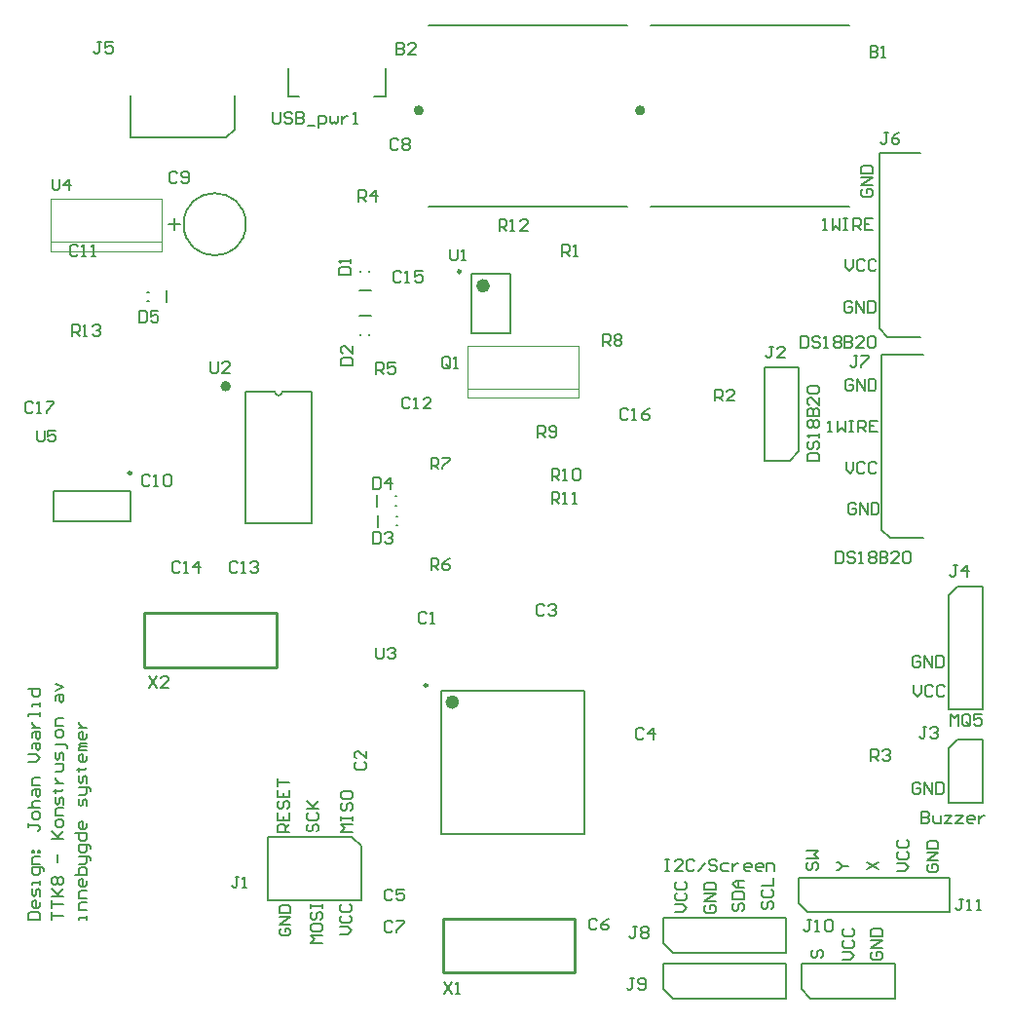
<source format=gto>
G04 Layer_Color=65535*
%FSLAX25Y25*%
%MOIN*%
G70*
G01*
G75*
%ADD20C,0.01000*%
%ADD21C,0.01968*%
%ADD42C,0.00984*%
%ADD43C,0.02362*%
%ADD44C,0.00787*%
%ADD45C,0.00394*%
D20*
X145732Y11854D02*
X191008D01*
X145732D02*
Y30358D01*
X191008D01*
Y11854D02*
Y30358D01*
X43701Y116339D02*
X88976D01*
X43701D02*
Y134843D01*
X88976D01*
Y116339D02*
Y134843D01*
D21*
X72244Y212402D02*
G03*
X72244Y212402I-787J0D01*
G01*
X214035Y306744D02*
G03*
X214035Y306744I-728J0D01*
G01*
X138248D02*
G03*
X138248Y306744I-728J0D01*
G01*
D42*
X39173Y182677D02*
G03*
X39173Y182677I-492J0D01*
G01*
X140453Y110079D02*
G03*
X140453Y110079I-492J0D01*
G01*
X151870Y251634D02*
G03*
X151870Y251634I-492J0D01*
G01*
D43*
X150197Y104370D02*
G03*
X150197Y104370I-1181J0D01*
G01*
X160728Y246791D02*
G03*
X160728Y246791I-1181J0D01*
G01*
D44*
X78347Y267815D02*
G03*
X78347Y267815I-10630J0D01*
G01*
X88317Y210492D02*
G03*
X90817Y210492I1250J0D01*
G01*
X12402Y176378D02*
X38780D01*
X12402Y166142D02*
X38780D01*
Y176378D01*
X12402Y166142D02*
Y176378D01*
X44685Y241535D02*
X45079D01*
X44685Y244685D02*
X45079D01*
X51382Y241110D02*
Y245110D01*
X267402Y44291D02*
X319173D01*
X267402Y35630D02*
Y44291D01*
Y35630D02*
X270551Y32480D01*
X319173D01*
Y44291D01*
X263347Y2953D02*
Y14764D01*
X224449Y2953D02*
X263347D01*
X221299Y6102D02*
X224449Y2953D01*
X221299Y6102D02*
Y14764D01*
X263347D01*
Y18701D02*
Y30512D01*
X224449Y18701D02*
X263347D01*
X221299Y21850D02*
X224449Y18701D01*
X221299Y21850D02*
Y30512D01*
X263347D01*
X255906Y218937D02*
X267717D01*
Y190157D02*
Y218937D01*
X264567Y187008D02*
X267717Y190157D01*
X255906Y187008D02*
X264567D01*
X255906D02*
Y218937D01*
X117095Y236618D02*
X121095D01*
X117520Y229921D02*
Y230315D01*
X120669Y229921D02*
Y230315D01*
X117095Y245272D02*
X121095D01*
X120669Y251575D02*
Y251969D01*
X117520Y251575D02*
Y251969D01*
X123618Y164339D02*
Y168339D01*
X129921Y164764D02*
X130315D01*
X129921Y167913D02*
X130315D01*
X123224Y171228D02*
Y175228D01*
X129528Y171653D02*
X129921D01*
X129528Y174803D02*
X129921D01*
X85945Y36535D02*
Y58346D01*
X114724D01*
X117874Y55197D01*
Y36535D02*
Y55197D01*
X85945Y36535D02*
X117874D01*
X145079Y59095D02*
Y108307D01*
X194291Y59095D02*
Y108307D01*
X145079D02*
X194291D01*
X145079Y59095D02*
X194291D01*
X51780Y267815D02*
X55779D01*
X53780Y265815D02*
Y269815D01*
X155610Y230650D02*
X168996D01*
X155610Y250728D02*
X168996D01*
Y230650D02*
Y250728D01*
X155610Y230650D02*
Y250728D01*
X78287Y165492D02*
Y210492D01*
Y165492D02*
X100847D01*
Y210492D01*
X90817D02*
X100847D01*
X78287D02*
X88317D01*
X126211Y311516D02*
Y321063D01*
X122176Y311516D02*
X126211D01*
X92747D02*
X96585D01*
X92747D02*
Y321063D01*
X295079Y292126D02*
X309252D01*
X295079Y232087D02*
Y292126D01*
Y232087D02*
X297835Y229331D01*
X309252D01*
X216752Y336024D02*
X284744D01*
X216752Y274016D02*
X284744D01*
X140965D02*
X208957D01*
X140965Y336024D02*
X208957D01*
X318898Y69882D02*
X330709D01*
X318898D02*
Y88543D01*
X322047Y91693D01*
X330709D01*
Y69882D02*
Y91693D01*
X318898Y101969D02*
X330709D01*
X318898D02*
Y140866D01*
X322047Y144016D01*
X330709D01*
Y101969D02*
Y144016D01*
X74475Y300313D02*
Y311731D01*
X71719Y297557D02*
X74475Y300313D01*
X39042Y297557D02*
X71719D01*
X39042D02*
Y311731D01*
X296063Y223228D02*
X310236D01*
X296063Y163189D02*
Y223228D01*
Y163189D02*
X298819Y160433D01*
X310236D01*
X268543Y14764D02*
X300472D01*
X268543Y6102D02*
Y14764D01*
Y6102D02*
X271693Y2953D01*
X300472D01*
Y14764D01*
X4002Y30020D02*
X7937D01*
Y31988D01*
X7281Y32643D01*
X4658D01*
X4002Y31988D01*
Y30020D01*
X7937Y35923D02*
Y34611D01*
X7281Y33955D01*
X5970D01*
X5314Y34611D01*
Y35923D01*
X5970Y36579D01*
X6626D01*
Y33955D01*
X7937Y37891D02*
Y39859D01*
X7281Y40515D01*
X6626Y39859D01*
Y38547D01*
X5970Y37891D01*
X5314Y38547D01*
Y40515D01*
X7937Y41827D02*
Y43139D01*
Y42483D01*
X5314D01*
Y41827D01*
X9249Y46419D02*
Y47074D01*
X8593Y47730D01*
X5314D01*
Y45763D01*
X5970Y45107D01*
X7281D01*
X7937Y45763D01*
Y47730D01*
Y49042D02*
X5314D01*
Y51010D01*
X5970Y51666D01*
X7937D01*
X5314Y52978D02*
Y53634D01*
X5970D01*
Y52978D01*
X5314D01*
X7281D02*
Y53634D01*
X7937D01*
Y52978D01*
X7281D01*
X4002Y62818D02*
Y61506D01*
Y62161D01*
X7281D01*
X7937Y61506D01*
Y60850D01*
X7281Y60194D01*
X7937Y64785D02*
Y66097D01*
X7281Y66753D01*
X5970D01*
X5314Y66097D01*
Y64785D01*
X5970Y64129D01*
X7281D01*
X7937Y64785D01*
X4002Y68065D02*
X7937D01*
X5970D01*
X5314Y68721D01*
Y70033D01*
X5970Y70689D01*
X7937D01*
X5314Y72657D02*
Y73969D01*
X5970Y74625D01*
X7937D01*
Y72657D01*
X7281Y72001D01*
X6626Y72657D01*
Y74625D01*
X7937Y75937D02*
X5314D01*
Y77904D01*
X5970Y78561D01*
X7937D01*
X4002Y83808D02*
X6626D01*
X7937Y85120D01*
X6626Y86432D01*
X4002D01*
X5314Y88400D02*
Y89712D01*
X5970Y90368D01*
X7937D01*
Y88400D01*
X7281Y87744D01*
X6626Y88400D01*
Y90368D01*
X5314Y92336D02*
Y93647D01*
X5970Y94303D01*
X7937D01*
Y92336D01*
X7281Y91680D01*
X6626Y92336D01*
Y94303D01*
X5314Y95615D02*
X7937D01*
X6626D01*
X5970Y96271D01*
X5314Y96927D01*
Y97583D01*
X7937Y99551D02*
Y100863D01*
Y100207D01*
X4002D01*
Y99551D01*
X7937Y102831D02*
Y104143D01*
Y103487D01*
X5314D01*
Y102831D01*
X4002Y108735D02*
X7937D01*
Y106767D01*
X7281Y106111D01*
X5970D01*
X5314Y106767D01*
Y108735D01*
X11926Y30020D02*
Y32643D01*
Y31332D01*
X15862D01*
X11926Y33955D02*
Y36579D01*
Y35267D01*
X15862D01*
X11926Y37891D02*
X15862D01*
X14550D01*
X11926Y40515D01*
X13894Y38547D01*
X15862Y40515D01*
X12582Y41827D02*
X11926Y42483D01*
Y43795D01*
X12582Y44451D01*
X13238D01*
X13894Y43795D01*
X14550Y44451D01*
X15206D01*
X15862Y43795D01*
Y42483D01*
X15206Y41827D01*
X14550D01*
X13894Y42483D01*
X13238Y41827D01*
X12582D01*
X13894Y42483D02*
Y43795D01*
Y49698D02*
Y52322D01*
X11926Y57570D02*
X15862D01*
X14550D01*
X11926Y60194D01*
X13894Y58226D01*
X15862Y60194D01*
Y62162D02*
Y63473D01*
X15206Y64129D01*
X13894D01*
X13238Y63473D01*
Y62162D01*
X13894Y61506D01*
X15206D01*
X15862Y62162D01*
Y65441D02*
X13238D01*
Y67409D01*
X13894Y68065D01*
X15862D01*
Y69377D02*
Y71345D01*
X15206Y72001D01*
X14550Y71345D01*
Y70033D01*
X13894Y69377D01*
X13238Y70033D01*
Y72001D01*
X12582Y73969D02*
X13238D01*
Y73313D01*
Y74625D01*
Y73969D01*
X15206D01*
X15862Y74625D01*
X13238Y76593D02*
X15862D01*
X14550D01*
X13894Y77249D01*
X13238Y77904D01*
Y78561D01*
Y80528D02*
X15206D01*
X15862Y81184D01*
Y83152D01*
X13238D01*
X15862Y84464D02*
Y86432D01*
X15206Y87088D01*
X14550Y86432D01*
Y85120D01*
X13894Y84464D01*
X13238Y85120D01*
Y87088D01*
X17174Y88400D02*
Y89056D01*
X16518Y89712D01*
X13238D01*
X15862Y92992D02*
Y94303D01*
X15206Y94959D01*
X13894D01*
X13238Y94303D01*
Y92992D01*
X13894Y92336D01*
X15206D01*
X15862Y92992D01*
Y96271D02*
X13238D01*
Y98239D01*
X13894Y98895D01*
X15862D01*
X13238Y104799D02*
Y106111D01*
X13894Y106767D01*
X15862D01*
Y104799D01*
X15206Y104143D01*
X14550Y104799D01*
Y106767D01*
X13238Y108079D02*
X15862Y109390D01*
X13238Y110702D01*
X23787Y30020D02*
Y31332D01*
Y30676D01*
X21163D01*
Y30020D01*
X23787Y33299D02*
X21163D01*
Y35267D01*
X21819Y35923D01*
X23787D01*
Y37235D02*
X21163D01*
Y39203D01*
X21819Y39859D01*
X23787D01*
Y43139D02*
Y41827D01*
X23131Y41171D01*
X21819D01*
X21163Y41827D01*
Y43139D01*
X21819Y43795D01*
X22475D01*
Y41171D01*
X19851Y45107D02*
X23787D01*
Y47074D01*
X23131Y47730D01*
X22475D01*
X21819D01*
X21163Y47074D01*
Y45107D01*
Y49042D02*
X23131D01*
X23787Y49698D01*
Y51666D01*
X24442D01*
X25098Y51010D01*
Y50354D01*
X23787Y51666D02*
X21163D01*
X25098Y54290D02*
Y54946D01*
X24442Y55602D01*
X21163D01*
Y53634D01*
X21819Y52978D01*
X23131D01*
X23787Y53634D01*
Y55602D01*
X19851Y59538D02*
X23787D01*
Y57570D01*
X23131Y56914D01*
X21819D01*
X21163Y57570D01*
Y59538D01*
X23787Y62818D02*
Y61506D01*
X23131Y60850D01*
X21819D01*
X21163Y61506D01*
Y62818D01*
X21819Y63473D01*
X22475D01*
Y60850D01*
X23787Y68721D02*
Y70689D01*
X23131Y71345D01*
X22475Y70689D01*
Y69377D01*
X21819Y68721D01*
X21163Y69377D01*
Y71345D01*
Y72657D02*
X23131D01*
X23787Y73313D01*
Y75281D01*
X24442D01*
X25098Y74625D01*
Y73969D01*
X23787Y75281D02*
X21163D01*
X23787Y76593D02*
Y78561D01*
X23131Y79216D01*
X22475Y78561D01*
Y77249D01*
X21819Y76593D01*
X21163Y77249D01*
Y79216D01*
X20507Y81184D02*
X21163D01*
Y80528D01*
Y81840D01*
Y81184D01*
X23131D01*
X23787Y81840D01*
Y85776D02*
Y84464D01*
X23131Y83808D01*
X21819D01*
X21163Y84464D01*
Y85776D01*
X21819Y86432D01*
X22475D01*
Y83808D01*
X23787Y87744D02*
X21163D01*
Y88400D01*
X21819Y89056D01*
X23787D01*
X21819D01*
X21163Y89712D01*
X21819Y90368D01*
X23787D01*
Y93647D02*
Y92336D01*
X23131Y91680D01*
X21819D01*
X21163Y92336D01*
Y93647D01*
X21819Y94303D01*
X22475D01*
Y91680D01*
X21163Y95615D02*
X23787D01*
X22475D01*
X21819Y96271D01*
X21163Y96927D01*
Y97583D01*
X5478Y206528D02*
X4822Y207184D01*
X3510D01*
X2854Y206528D01*
Y203904D01*
X3510Y203248D01*
X4822D01*
X5478Y203904D01*
X6790Y203248D02*
X8102D01*
X7446D01*
Y207184D01*
X6790Y206528D01*
X10070Y207184D02*
X12694D01*
Y206528D01*
X10070Y203904D01*
Y203248D01*
X6791Y197341D02*
Y194062D01*
X7447Y193405D01*
X8759D01*
X9415Y194062D01*
Y197341D01*
X13351D02*
X10727D01*
Y195373D01*
X12039Y196029D01*
X12695D01*
X13351Y195373D01*
Y194062D01*
X12695Y193405D01*
X11383D01*
X10727Y194062D01*
X18799Y229528D02*
Y233463D01*
X20767D01*
X21423Y232807D01*
Y231495D01*
X20767Y230839D01*
X18799D01*
X20111D02*
X21423Y229528D01*
X22735D02*
X24047D01*
X23391D01*
Y233463D01*
X22735Y232807D01*
X26015D02*
X26671Y233463D01*
X27983D01*
X28638Y232807D01*
Y232151D01*
X27983Y231495D01*
X27327D01*
X27983D01*
X28638Y230839D01*
Y230184D01*
X27983Y229528D01*
X26671D01*
X26015Y230184D01*
X41831Y238188D02*
Y234252D01*
X43799D01*
X44455Y234908D01*
Y237532D01*
X43799Y238188D01*
X41831D01*
X48390D02*
X45766D01*
Y236220D01*
X47078Y236876D01*
X47734D01*
X48390Y236220D01*
Y234908D01*
X47734Y234252D01*
X46422D01*
X45766Y234908D01*
X165076Y265689D02*
Y269625D01*
X167044D01*
X167700Y268969D01*
Y267657D01*
X167044Y267001D01*
X165076D01*
X166388D02*
X167700Y265689D01*
X169012D02*
X170324D01*
X169668D01*
Y269625D01*
X169012Y268969D01*
X174916Y265689D02*
X172292D01*
X174916Y268313D01*
Y268969D01*
X174260Y269625D01*
X172948D01*
X172292Y268969D01*
X323982Y37007D02*
X322670D01*
X323326D01*
Y33727D01*
X322670Y33071D01*
X322014D01*
X321358Y33727D01*
X325294Y33071D02*
X326606D01*
X325950D01*
Y37007D01*
X325294Y36351D01*
X328574Y33071D02*
X329886D01*
X329230D01*
Y37007D01*
X328574Y36351D01*
X272014Y29723D02*
X270702D01*
X271358D01*
Y26443D01*
X270702Y25787D01*
X270046D01*
X269390Y26443D01*
X273325Y25787D02*
X274637D01*
X273981D01*
Y29723D01*
X273325Y29067D01*
X276605D02*
X277261Y29723D01*
X278573D01*
X279229Y29067D01*
Y26443D01*
X278573Y25787D01*
X277261D01*
X276605Y26443D01*
Y29067D01*
X209317Y204067D02*
X208661Y204723D01*
X207349D01*
X206693Y204067D01*
Y201443D01*
X207349Y200787D01*
X208661D01*
X209317Y201443D01*
X210629Y200787D02*
X211941D01*
X211285D01*
Y204723D01*
X210629Y204067D01*
X216532Y204723D02*
X215220Y204067D01*
X213908Y202755D01*
Y201443D01*
X214564Y200787D01*
X215876D01*
X216532Y201443D01*
Y202099D01*
X215876Y202755D01*
X213908D01*
X148293Y219160D02*
Y221784D01*
X147637Y222440D01*
X146325D01*
X145669Y221784D01*
Y219160D01*
X146325Y218504D01*
X147637D01*
X146981Y219816D02*
X148293Y218504D01*
X147637D02*
X148293Y219160D01*
X149605Y218504D02*
X150917D01*
X150261D01*
Y222440D01*
X149605Y221784D01*
X200476Y226289D02*
Y230225D01*
X202444D01*
X203100Y229569D01*
Y228257D01*
X202444Y227601D01*
X200476D01*
X201788D02*
X203100Y226289D01*
X204412Y229569D02*
X205068Y230225D01*
X206380D01*
X207036Y229569D01*
Y228913D01*
X206380Y228257D01*
X207036Y227601D01*
Y226945D01*
X206380Y226289D01*
X205068D01*
X204412Y226945D01*
Y227601D01*
X205068Y228257D01*
X204412Y228913D01*
Y229569D01*
X205068Y228257D02*
X206380D01*
X178150Y194882D02*
Y198818D01*
X180117D01*
X180773Y198162D01*
Y196850D01*
X180117Y196194D01*
X178150D01*
X179462D02*
X180773Y194882D01*
X182085Y195538D02*
X182741Y194882D01*
X184053D01*
X184709Y195538D01*
Y198162D01*
X184053Y198818D01*
X182741D01*
X182085Y198162D01*
Y197506D01*
X182741Y196850D01*
X184709D01*
X183071Y180118D02*
Y184054D01*
X185039D01*
X185695Y183398D01*
Y182086D01*
X185039Y181430D01*
X183071D01*
X184383D02*
X185695Y180118D01*
X187007D02*
X188319D01*
X187663D01*
Y184054D01*
X187007Y183398D01*
X190286D02*
X190942Y184054D01*
X192254D01*
X192910Y183398D01*
Y180774D01*
X192254Y180118D01*
X190942D01*
X190286Y180774D01*
Y183398D01*
X183071Y172244D02*
Y176180D01*
X185039D01*
X185695Y175524D01*
Y174212D01*
X185039Y173556D01*
X183071D01*
X184383D02*
X185695Y172244D01*
X187007D02*
X188319D01*
X187663D01*
Y176180D01*
X187007Y175524D01*
X190286Y172244D02*
X191598D01*
X190942D01*
Y176180D01*
X190286Y175524D01*
X292087Y328857D02*
Y324921D01*
X294055D01*
X294710Y325577D01*
Y326233D01*
X294055Y326889D01*
X292087D01*
X294055D01*
X294710Y327545D01*
Y328201D01*
X294055Y328857D01*
X292087D01*
X296022Y324921D02*
X297334D01*
X296678D01*
Y328857D01*
X296022Y328201D01*
X131561Y251311D02*
X130905Y251967D01*
X129593D01*
X128937Y251311D01*
Y248688D01*
X129593Y248031D01*
X130905D01*
X131561Y248688D01*
X132873Y248031D02*
X134185D01*
X133529D01*
Y251967D01*
X132873Y251311D01*
X138776Y251967D02*
X136153D01*
Y249999D01*
X137464Y250655D01*
X138120D01*
X138776Y249999D01*
Y248688D01*
X138120Y248031D01*
X136809D01*
X136153Y248688D01*
X129921Y329723D02*
Y325787D01*
X131889D01*
X132545Y326443D01*
Y327099D01*
X131889Y327755D01*
X129921D01*
X131889D01*
X132545Y328411D01*
Y329067D01*
X131889Y329723D01*
X129921D01*
X136481Y325787D02*
X133857D01*
X136481Y328411D01*
Y329067D01*
X135825Y329723D01*
X134513D01*
X133857Y329067D01*
X123031Y123030D02*
Y119750D01*
X123688Y119095D01*
X124999D01*
X125655Y119750D01*
Y123030D01*
X126967Y122374D02*
X127623Y123030D01*
X128935D01*
X129591Y122374D01*
Y121718D01*
X128935Y121062D01*
X128279D01*
X128935D01*
X129591Y120406D01*
Y119750D01*
X128935Y119095D01*
X127623D01*
X126967Y119750D01*
X140300Y134469D02*
X139644Y135125D01*
X138332D01*
X137676Y134469D01*
Y131845D01*
X138332Y131189D01*
X139644D01*
X140300Y131845D01*
X141612Y131189D02*
X142924D01*
X142268D01*
Y135125D01*
X141612Y134469D01*
X116205Y83738D02*
X115549Y83082D01*
Y81770D01*
X116205Y81114D01*
X118828D01*
X119484Y81770D01*
Y83082D01*
X118828Y83738D01*
X119484Y87674D02*
Y85050D01*
X116860Y87674D01*
X116205D01*
X115549Y87018D01*
Y85706D01*
X116205Y85050D01*
X180500Y137069D02*
X179844Y137725D01*
X178532D01*
X177876Y137069D01*
Y134445D01*
X178532Y133789D01*
X179844D01*
X180500Y134445D01*
X181812Y137069D02*
X182468Y137725D01*
X183780D01*
X184436Y137069D01*
Y136413D01*
X183780Y135757D01*
X183124D01*
X183780D01*
X184436Y135101D01*
Y134445D01*
X183780Y133789D01*
X182468D01*
X181812Y134445D01*
X214500Y94969D02*
X213844Y95625D01*
X212532D01*
X211876Y94969D01*
Y92345D01*
X212532Y91689D01*
X213844D01*
X214500Y92345D01*
X217780Y91689D02*
Y95625D01*
X215812Y93657D01*
X218436D01*
X128608Y39697D02*
X127952Y40353D01*
X126640D01*
X125984Y39697D01*
Y37073D01*
X126640Y36417D01*
X127952D01*
X128608Y37073D01*
X132544Y40353D02*
X129920D01*
Y38385D01*
X131232Y39041D01*
X131888D01*
X132544Y38385D01*
Y37073D01*
X131888Y36417D01*
X130576D01*
X129920Y37073D01*
X198500Y29669D02*
X197844Y30325D01*
X196532D01*
X195876Y29669D01*
Y27045D01*
X196532Y26389D01*
X197844D01*
X198500Y27045D01*
X202436Y30325D02*
X201124Y29669D01*
X199812Y28357D01*
Y27045D01*
X200468Y26389D01*
X201780D01*
X202436Y27045D01*
Y27701D01*
X201780Y28357D01*
X199812D01*
X128608Y28870D02*
X127952Y29526D01*
X126640D01*
X125984Y28870D01*
Y26247D01*
X126640Y25591D01*
X127952D01*
X128608Y26247D01*
X129920Y29526D02*
X132544D01*
Y28870D01*
X129920Y26247D01*
Y25591D01*
X130577Y296587D02*
X129921Y297243D01*
X128609D01*
X127953Y296587D01*
Y293963D01*
X128609Y293307D01*
X129921D01*
X130577Y293963D01*
X131888Y296587D02*
X132545Y297243D01*
X133856D01*
X134512Y296587D01*
Y295931D01*
X133856Y295275D01*
X134512Y294619D01*
Y293963D01*
X133856Y293307D01*
X132545D01*
X131888Y293963D01*
Y294619D01*
X132545Y295275D01*
X131888Y295931D01*
Y296587D01*
X132545Y295275D02*
X133856D01*
X54829Y285099D02*
X54173Y285755D01*
X52861D01*
X52205Y285099D01*
Y282475D01*
X52861Y281819D01*
X54173D01*
X54829Y282475D01*
X56141D02*
X56797Y281819D01*
X58109D01*
X58765Y282475D01*
Y285099D01*
X58109Y285755D01*
X56797D01*
X56141Y285099D01*
Y284443D01*
X56797Y283787D01*
X58765D01*
X45600Y181569D02*
X44944Y182225D01*
X43632D01*
X42976Y181569D01*
Y178945D01*
X43632Y178289D01*
X44944D01*
X45600Y178945D01*
X46912Y178289D02*
X48224D01*
X47568D01*
Y182225D01*
X46912Y181569D01*
X50192D02*
X50848Y182225D01*
X52160D01*
X52816Y181569D01*
Y178945D01*
X52160Y178289D01*
X50848D01*
X50192Y178945D01*
Y181569D01*
X20985Y260123D02*
X20328Y260779D01*
X19017D01*
X18361Y260123D01*
Y257499D01*
X19017Y256843D01*
X20328D01*
X20985Y257499D01*
X22296Y256843D02*
X23608D01*
X22952D01*
Y260779D01*
X22296Y260123D01*
X25576Y256843D02*
X26888D01*
X26232D01*
Y260779D01*
X25576Y260123D01*
X76049Y44684D02*
X74737D01*
X75393D01*
Y41404D01*
X74737Y40748D01*
X74081D01*
X73425Y41404D01*
X77361Y40748D02*
X78673D01*
X78017D01*
Y44684D01*
X77361Y44028D01*
X258900Y226025D02*
X257588D01*
X258244D01*
Y222745D01*
X257588Y222089D01*
X256932D01*
X256276Y222745D01*
X262836Y222089D02*
X260212D01*
X262836Y224713D01*
Y225369D01*
X262180Y226025D01*
X260868D01*
X260212Y225369D01*
X311384Y95766D02*
X310072D01*
X310728D01*
Y92487D01*
X310072Y91831D01*
X309416D01*
X308760Y92487D01*
X312696Y95110D02*
X313351Y95766D01*
X314664D01*
X315319Y95110D01*
Y94454D01*
X314664Y93799D01*
X314007D01*
X314664D01*
X315319Y93143D01*
Y92487D01*
X314664Y91831D01*
X313351D01*
X312696Y92487D01*
X321900Y151125D02*
X320588D01*
X321244D01*
Y147845D01*
X320588Y147189D01*
X319932D01*
X319276Y147845D01*
X325180Y147189D02*
Y151125D01*
X323212Y149157D01*
X325836D01*
X28870Y330233D02*
X27558D01*
X28214D01*
Y326954D01*
X27558Y326297D01*
X26902D01*
X26246Y326954D01*
X32806Y330233D02*
X30182D01*
Y328265D01*
X31494Y328921D01*
X32150D01*
X32806Y328265D01*
Y326954D01*
X32150Y326297D01*
X30838D01*
X30182Y326954D01*
X186676Y256789D02*
Y260725D01*
X188644D01*
X189300Y260069D01*
Y258757D01*
X188644Y258101D01*
X186676D01*
X187988D02*
X189300Y256789D01*
X190612D02*
X191924D01*
X191268D01*
Y260725D01*
X190612Y260069D01*
X238876Y207389D02*
Y211325D01*
X240844D01*
X241500Y210669D01*
Y209357D01*
X240844Y208701D01*
X238876D01*
X240188D02*
X241500Y207389D01*
X245436D02*
X242812D01*
X245436Y210013D01*
Y210669D01*
X244780Y211325D01*
X243468D01*
X242812Y210669D01*
X292323Y84252D02*
Y88188D01*
X294291D01*
X294947Y87532D01*
Y86220D01*
X294291Y85564D01*
X292323D01*
X293635D02*
X294947Y84252D01*
X296259Y87532D02*
X296915Y88188D01*
X298226D01*
X298882Y87532D01*
Y86876D01*
X298226Y86220D01*
X297570D01*
X298226D01*
X298882Y85564D01*
Y84908D01*
X298226Y84252D01*
X296915D01*
X296259Y84908D01*
X148376Y259325D02*
Y256045D01*
X149032Y255389D01*
X150344D01*
X151000Y256045D01*
Y259325D01*
X152312Y255389D02*
X153624D01*
X152968D01*
Y259325D01*
X152312Y258669D01*
X66376Y220925D02*
Y217645D01*
X67032Y216989D01*
X68344D01*
X69000Y217645D01*
Y220925D01*
X72936Y216989D02*
X70312D01*
X72936Y219613D01*
Y220269D01*
X72280Y220925D01*
X70968D01*
X70312Y220269D01*
X12076Y283325D02*
Y280045D01*
X12732Y279389D01*
X14044D01*
X14700Y280045D01*
Y283325D01*
X17980Y279389D02*
Y283325D01*
X16012Y281357D01*
X18636D01*
X87598Y306101D02*
Y302821D01*
X88254Y302165D01*
X89566D01*
X90222Y302821D01*
Y306101D01*
X94158Y305445D02*
X93502Y306101D01*
X92190D01*
X91534Y305445D01*
Y304789D01*
X92190Y304133D01*
X93502D01*
X94158Y303477D01*
Y302821D01*
X93502Y302165D01*
X92190D01*
X91534Y302821D01*
X95470Y306101D02*
Y302165D01*
X97438D01*
X98094Y302821D01*
Y303477D01*
X97438Y304133D01*
X95470D01*
X97438D01*
X98094Y304789D01*
Y305445D01*
X97438Y306101D01*
X95470D01*
X99406Y301509D02*
X102030D01*
X103341Y300853D02*
Y304789D01*
X105309D01*
X105965Y304133D01*
Y302821D01*
X105309Y302165D01*
X103341D01*
X107277Y304789D02*
Y302821D01*
X107933Y302165D01*
X108589Y302821D01*
X109245Y302165D01*
X109901Y302821D01*
Y304789D01*
X111213D02*
Y302165D01*
Y303477D01*
X111869Y304133D01*
X112525Y304789D01*
X113181D01*
X115149Y302165D02*
X116461D01*
X115805D01*
Y306101D01*
X115149Y305445D01*
X146260Y8562D02*
X148884Y4626D01*
Y8562D02*
X146260Y4626D01*
X150196D02*
X151507D01*
X150852D01*
Y8562D01*
X150196Y7906D01*
X75459Y151902D02*
X74803Y152558D01*
X73491D01*
X72835Y151902D01*
Y149278D01*
X73491Y148622D01*
X74803D01*
X75459Y149278D01*
X76770Y148622D02*
X78082D01*
X77426D01*
Y152558D01*
X76770Y151902D01*
X80050D02*
X80706Y152558D01*
X82018D01*
X82674Y151902D01*
Y151246D01*
X82018Y150590D01*
X81362D01*
X82018D01*
X82674Y149934D01*
Y149278D01*
X82018Y148622D01*
X80706D01*
X80050Y149278D01*
X55773Y151902D02*
X55117Y152558D01*
X53806D01*
X53150Y151902D01*
Y149278D01*
X53806Y148622D01*
X55117D01*
X55773Y149278D01*
X57085Y148622D02*
X58397D01*
X57741D01*
Y152558D01*
X57085Y151902D01*
X62333Y148622D02*
Y152558D01*
X60365Y150590D01*
X62989D01*
X134514Y208004D02*
X133858Y208660D01*
X132546D01*
X131890Y208004D01*
Y205380D01*
X132546Y204724D01*
X133858D01*
X134514Y205380D01*
X135826Y204724D02*
X137137D01*
X136481D01*
Y208660D01*
X135826Y208004D01*
X141729Y204724D02*
X139105D01*
X141729Y207348D01*
Y208004D01*
X141073Y208660D01*
X139761D01*
X139105Y208004D01*
X122047Y181101D02*
Y177165D01*
X124015D01*
X124671Y177821D01*
Y180445D01*
X124015Y181101D01*
X122047D01*
X127951Y177165D02*
Y181101D01*
X125983Y179133D01*
X128607D01*
X122047Y162400D02*
Y158465D01*
X124015D01*
X124671Y159121D01*
Y161744D01*
X124015Y162400D01*
X122047D01*
X125983Y161744D02*
X126639Y162400D01*
X127951D01*
X128607Y161744D01*
Y161088D01*
X127951Y160432D01*
X127295D01*
X127951D01*
X128607Y159776D01*
Y159121D01*
X127951Y158465D01*
X126639D01*
X125983Y159121D01*
X110139Y250492D02*
X114075D01*
Y252460D01*
X113419Y253116D01*
X110795D01*
X110139Y252460D01*
Y250492D01*
X114075Y254428D02*
Y255740D01*
Y255084D01*
X110139D01*
X110795Y254428D01*
X110828Y219685D02*
X114764D01*
Y221653D01*
X114108Y222309D01*
X111484D01*
X110828Y221653D01*
Y219685D01*
X114764Y226245D02*
Y223621D01*
X112140Y226245D01*
X111484D01*
X110828Y225589D01*
Y224277D01*
X111484Y223621D01*
X211364Y9841D02*
X210052D01*
X210708D01*
Y6561D01*
X210052Y5906D01*
X209396D01*
X208740Y6561D01*
X212676D02*
X213332Y5906D01*
X214644D01*
X215300Y6561D01*
Y9185D01*
X214644Y9841D01*
X213332D01*
X212676Y9185D01*
Y8529D01*
X213332Y7873D01*
X215300D01*
X287729Y222833D02*
X286417D01*
X287073D01*
Y219554D01*
X286417Y218898D01*
X285761D01*
X285105Y219554D01*
X289040Y222833D02*
X291664D01*
Y222177D01*
X289040Y219554D01*
Y218898D01*
X298100Y299225D02*
X296788D01*
X297444D01*
Y295945D01*
X296788Y295289D01*
X296132D01*
X295476Y295945D01*
X302036Y299225D02*
X300724Y298569D01*
X299412Y297257D01*
Y295945D01*
X300068Y295289D01*
X301380D01*
X302036Y295945D01*
Y296601D01*
X301380Y297257D01*
X299412D01*
X212348Y27558D02*
X211036D01*
X211692D01*
Y24278D01*
X211036Y23622D01*
X210380D01*
X209724Y24278D01*
X213660Y26902D02*
X214316Y27558D01*
X215628D01*
X216284Y26902D01*
Y26246D01*
X215628Y25590D01*
X216284Y24934D01*
Y24278D01*
X215628Y23622D01*
X214316D01*
X213660Y24278D01*
Y24934D01*
X214316Y25590D01*
X213660Y26246D01*
Y26902D01*
X214316Y25590D02*
X215628D01*
X116876Y275689D02*
Y279625D01*
X118844D01*
X119500Y278969D01*
Y277657D01*
X118844Y277001D01*
X116876D01*
X118188D02*
X119500Y275689D01*
X122780D02*
Y279625D01*
X120812Y277657D01*
X123436D01*
X123031Y216535D02*
Y220471D01*
X124999D01*
X125655Y219815D01*
Y218503D01*
X124999Y217847D01*
X123031D01*
X124343D02*
X125655Y216535D01*
X129591Y220471D02*
X126967D01*
Y218503D01*
X128279Y219159D01*
X128935D01*
X129591Y218503D01*
Y217191D01*
X128935Y216535D01*
X127623D01*
X126967Y217191D01*
X141732Y184055D02*
Y187991D01*
X143700D01*
X144356Y187335D01*
Y186023D01*
X143700Y185367D01*
X141732D01*
X143044D02*
X144356Y184055D01*
X145668Y187991D02*
X148292D01*
Y187335D01*
X145668Y184711D01*
Y184055D01*
X141732Y149606D02*
Y153542D01*
X143700D01*
X144356Y152886D01*
Y151574D01*
X143700Y150918D01*
X141732D01*
X143044D02*
X144356Y149606D01*
X148292Y153542D02*
X146980Y152886D01*
X145668Y151574D01*
Y150262D01*
X146324Y149606D01*
X147636D01*
X148292Y150262D01*
Y150918D01*
X147636Y151574D01*
X145668D01*
X45177Y113188D02*
X47801Y109252D01*
Y113188D02*
X45177Y109252D01*
X51737D02*
X49113D01*
X51737Y111876D01*
Y112532D01*
X51081Y113188D01*
X49769D01*
X49113Y112532D01*
X280315Y155904D02*
Y151969D01*
X282283D01*
X282939Y152624D01*
Y155248D01*
X282283Y155904D01*
X280315D01*
X286875Y155248D02*
X286219Y155904D01*
X284907D01*
X284251Y155248D01*
Y154592D01*
X284907Y153936D01*
X286219D01*
X286875Y153280D01*
Y152624D01*
X286219Y151969D01*
X284907D01*
X284251Y152624D01*
X288186Y151969D02*
X289498D01*
X288842D01*
Y155904D01*
X288186Y155248D01*
X291466D02*
X292122Y155904D01*
X293434D01*
X294090Y155248D01*
Y154592D01*
X293434Y153936D01*
X294090Y153280D01*
Y152624D01*
X293434Y151969D01*
X292122D01*
X291466Y152624D01*
Y153280D01*
X292122Y153936D01*
X291466Y154592D01*
Y155248D01*
X292122Y153936D02*
X293434D01*
X295402Y155904D02*
Y151969D01*
X297370D01*
X298026Y152624D01*
Y153280D01*
X297370Y153936D01*
X295402D01*
X297370D01*
X298026Y154592D01*
Y155248D01*
X297370Y155904D01*
X295402D01*
X301961Y151969D02*
X299338D01*
X301961Y154592D01*
Y155248D01*
X301306Y155904D01*
X299994D01*
X299338Y155248D01*
X303273D02*
X303929Y155904D01*
X305241D01*
X305897Y155248D01*
Y152624D01*
X305241Y151969D01*
X303929D01*
X303273Y152624D01*
Y155248D01*
X268307Y229625D02*
Y225689D01*
X270275D01*
X270931Y226345D01*
Y228969D01*
X270275Y229625D01*
X268307D01*
X274867Y228969D02*
X274211Y229625D01*
X272899D01*
X272243Y228969D01*
Y228313D01*
X272899Y227657D01*
X274211D01*
X274867Y227001D01*
Y226345D01*
X274211Y225689D01*
X272899D01*
X272243Y226345D01*
X276179Y225689D02*
X277490D01*
X276835D01*
Y229625D01*
X276179Y228969D01*
X279458D02*
X280114Y229625D01*
X281426D01*
X282082Y228969D01*
Y228313D01*
X281426Y227657D01*
X282082Y227001D01*
Y226345D01*
X281426Y225689D01*
X280114D01*
X279458Y226345D01*
Y227001D01*
X280114Y227657D01*
X279458Y228313D01*
Y228969D01*
X280114Y227657D02*
X281426D01*
X283394Y229625D02*
Y225689D01*
X285362D01*
X286018Y226345D01*
Y227001D01*
X285362Y227657D01*
X283394D01*
X285362D01*
X286018Y228313D01*
Y228969D01*
X285362Y229625D01*
X283394D01*
X289954Y225689D02*
X287330D01*
X289954Y228313D01*
Y228969D01*
X289298Y229625D01*
X287986D01*
X287330Y228969D01*
X291266D02*
X291921Y229625D01*
X293233D01*
X293889Y228969D01*
Y226345D01*
X293233Y225689D01*
X291921D01*
X291266Y226345D01*
Y228969D01*
X270671Y187008D02*
X274606D01*
Y188976D01*
X273950Y189632D01*
X271326D01*
X270671Y188976D01*
Y187008D01*
X271326Y193567D02*
X270671Y192912D01*
Y191600D01*
X271326Y190944D01*
X271983D01*
X272638Y191600D01*
Y192912D01*
X273294Y193567D01*
X273950D01*
X274606Y192912D01*
Y191600D01*
X273950Y190944D01*
X274606Y194879D02*
Y196191D01*
Y195535D01*
X270671D01*
X271326Y194879D01*
Y198159D02*
X270671Y198815D01*
Y200127D01*
X271326Y200783D01*
X271983D01*
X272638Y200127D01*
X273294Y200783D01*
X273950D01*
X274606Y200127D01*
Y198815D01*
X273950Y198159D01*
X273294D01*
X272638Y198815D01*
X271983Y198159D01*
X271326D01*
X272638Y198815D02*
Y200127D01*
X270671Y202095D02*
X274606D01*
Y204063D01*
X273950Y204719D01*
X273294D01*
X272638Y204063D01*
Y202095D01*
Y204063D01*
X271983Y204719D01*
X271326D01*
X270671Y204063D01*
Y202095D01*
X274606Y208654D02*
Y206031D01*
X271983Y208654D01*
X271326D01*
X270671Y207998D01*
Y206687D01*
X271326Y206031D01*
Y209966D02*
X270671Y210622D01*
Y211934D01*
X271326Y212590D01*
X273950D01*
X274606Y211934D01*
Y210622D01*
X273950Y209966D01*
X271326D01*
X319685Y96260D02*
Y100196D01*
X320997Y98884D01*
X322309Y100196D01*
Y96260D01*
X326245Y96916D02*
Y99540D01*
X325589Y100196D01*
X324277D01*
X323621Y99540D01*
Y96916D01*
X324277Y96260D01*
X325589D01*
X324933Y97572D02*
X326245Y96260D01*
X325589D02*
X326245Y96916D01*
X330180Y100196D02*
X327556D01*
Y98228D01*
X328868Y98884D01*
X329524D01*
X330180Y98228D01*
Y96916D01*
X329524Y96260D01*
X328212D01*
X327556Y96916D01*
X309547Y66928D02*
Y62992D01*
X311515D01*
X312171Y63648D01*
Y64304D01*
X311515Y64960D01*
X309547D01*
X311515D01*
X312171Y65616D01*
Y66272D01*
X311515Y66928D01*
X309547D01*
X313483Y65616D02*
Y63648D01*
X314139Y62992D01*
X316107D01*
Y65616D01*
X317419D02*
X320042D01*
X317419Y62992D01*
X320042D01*
X321355Y65616D02*
X323978D01*
X321355Y62992D01*
X323978D01*
X327258D02*
X325946D01*
X325290Y63648D01*
Y64960D01*
X325946Y65616D01*
X327258D01*
X327914Y64960D01*
Y64304D01*
X325290D01*
X329226Y65616D02*
Y62992D01*
Y64304D01*
X329882Y64960D01*
X330538Y65616D01*
X331194D01*
X221949Y50392D02*
X223261D01*
X222605D01*
Y46457D01*
X221949D01*
X223261D01*
X227852D02*
X225229D01*
X227852Y49081D01*
Y49736D01*
X227197Y50392D01*
X225885D01*
X225229Y49736D01*
X231788D02*
X231132Y50392D01*
X229820D01*
X229164Y49736D01*
Y47113D01*
X229820Y46457D01*
X231132D01*
X231788Y47113D01*
X233100Y46457D02*
X235724Y49081D01*
X239660Y49736D02*
X239004Y50392D01*
X237692D01*
X237036Y49736D01*
Y49081D01*
X237692Y48425D01*
X239004D01*
X239660Y47769D01*
Y47113D01*
X239004Y46457D01*
X237692D01*
X237036Y47113D01*
X243595Y49081D02*
X241628D01*
X240972Y48425D01*
Y47113D01*
X241628Y46457D01*
X243595D01*
X244907Y49081D02*
Y46457D01*
Y47769D01*
X245563Y48425D01*
X246219Y49081D01*
X246875D01*
X250811Y46457D02*
X249499D01*
X248843Y47113D01*
Y48425D01*
X249499Y49081D01*
X250811D01*
X251467Y48425D01*
Y47769D01*
X248843D01*
X254747Y46457D02*
X253435D01*
X252779Y47113D01*
Y48425D01*
X253435Y49081D01*
X254747D01*
X255403Y48425D01*
Y47769D01*
X252779D01*
X256715Y46457D02*
Y49081D01*
X258682D01*
X259338Y48425D01*
Y46457D01*
X270955Y49536D02*
X270300Y48880D01*
Y47568D01*
X270955Y46912D01*
X271611D01*
X272267Y47568D01*
Y48880D01*
X272923Y49536D01*
X273579D01*
X274235Y48880D01*
Y47568D01*
X273579Y46912D01*
X270300Y50848D02*
X274235D01*
X272923Y52160D01*
X274235Y53472D01*
X270300D01*
X280584Y46920D02*
X281240D01*
X282552Y48232D01*
X281240Y49543D01*
X280584D01*
X282552Y48232D02*
X284520D01*
X290848Y47047D02*
X294783Y49671D01*
X290848D02*
X294783Y47047D01*
X301281Y46555D02*
X303905D01*
X305217Y47867D01*
X303905Y49179D01*
X301281D01*
X301937Y53115D02*
X301281Y52459D01*
Y51147D01*
X301937Y50491D01*
X304561D01*
X305217Y51147D01*
Y52459D01*
X304561Y53115D01*
X301937Y57050D02*
X301281Y56394D01*
Y55083D01*
X301937Y54427D01*
X304561D01*
X305217Y55083D01*
Y56394D01*
X304561Y57050D01*
X306988Y110235D02*
Y107611D01*
X308300Y106299D01*
X309612Y107611D01*
Y110235D01*
X313548Y109579D02*
X312892Y110235D01*
X311580D01*
X310924Y109579D01*
Y106955D01*
X311580Y106299D01*
X312892D01*
X313548Y106955D01*
X317483Y109579D02*
X316828Y110235D01*
X315516D01*
X314860Y109579D01*
Y106955D01*
X315516Y106299D01*
X316828D01*
X317483Y106955D01*
X283760Y186613D02*
Y183989D01*
X285072Y182677D01*
X286384Y183989D01*
Y186613D01*
X290319Y185957D02*
X289664Y186613D01*
X288351D01*
X287696Y185957D01*
Y183333D01*
X288351Y182677D01*
X289664D01*
X290319Y183333D01*
X294255Y185957D02*
X293599Y186613D01*
X292287D01*
X291631Y185957D01*
Y183333D01*
X292287Y182677D01*
X293599D01*
X294255Y183333D01*
X283563Y255806D02*
Y253182D01*
X284875Y251870D01*
X286187Y253182D01*
Y255806D01*
X290123Y255150D02*
X289467Y255806D01*
X288155D01*
X287499Y255150D01*
Y252526D01*
X288155Y251870D01*
X289467D01*
X290123Y252526D01*
X294058Y255150D02*
X293402Y255806D01*
X292090D01*
X291435Y255150D01*
Y252526D01*
X292090Y251870D01*
X293402D01*
X294058Y252526D01*
X110533Y24803D02*
X113157D01*
X114469Y26115D01*
X113157Y27427D01*
X110533D01*
X111189Y31363D02*
X110533Y30707D01*
Y29395D01*
X111189Y28739D01*
X113812D01*
X114469Y29395D01*
Y30707D01*
X113812Y31363D01*
X111189Y35298D02*
X110533Y34642D01*
Y33331D01*
X111189Y32675D01*
X113812D01*
X114469Y33331D01*
Y34642D01*
X113812Y35298D01*
X104626Y21949D02*
X100690D01*
X102002Y23261D01*
X100690Y24573D01*
X104626D01*
X100690Y27852D02*
Y26540D01*
X101346Y25885D01*
X103970D01*
X104626Y26540D01*
Y27852D01*
X103970Y28508D01*
X101346D01*
X100690Y27852D01*
X101346Y32444D02*
X100690Y31788D01*
Y30476D01*
X101346Y29820D01*
X102002D01*
X102658Y30476D01*
Y31788D01*
X103314Y32444D01*
X103970D01*
X104626Y31788D01*
Y30476D01*
X103970Y29820D01*
X100690Y33756D02*
Y35068D01*
Y34412D01*
X104626D01*
Y33756D01*
Y35068D01*
X90421Y27033D02*
X89765Y26377D01*
Y25065D01*
X90421Y24409D01*
X93045D01*
X93701Y25065D01*
Y26377D01*
X93045Y27033D01*
X91733D01*
Y25721D01*
X93701Y28345D02*
X89765D01*
X93701Y30969D01*
X89765D01*
Y32281D02*
X93701D01*
Y34249D01*
X93045Y34905D01*
X90421D01*
X89765Y34249D01*
Y32281D01*
X114764Y60039D02*
X110828D01*
X112140Y61351D01*
X110828Y62663D01*
X114764D01*
X110828Y63975D02*
Y65287D01*
Y64631D01*
X114764D01*
Y63975D01*
Y65287D01*
X111484Y69879D02*
X110828Y69223D01*
Y67911D01*
X111484Y67255D01*
X112140D01*
X112796Y67911D01*
Y69223D01*
X113452Y69879D01*
X114108D01*
X114764Y69223D01*
Y67911D01*
X114108Y67255D01*
X110828Y73159D02*
Y71847D01*
X111484Y71191D01*
X114108D01*
X114764Y71847D01*
Y73159D01*
X114108Y73814D01*
X111484D01*
X110828Y73159D01*
X100001Y62675D02*
X99345Y62019D01*
Y60707D01*
X100001Y60051D01*
X100657D01*
X101313Y60707D01*
Y62019D01*
X101969Y62675D01*
X102625D01*
X103281Y62019D01*
Y60707D01*
X102625Y60051D01*
X100001Y66610D02*
X99345Y65954D01*
Y64643D01*
X100001Y63986D01*
X102625D01*
X103281Y64643D01*
Y65954D01*
X102625Y66610D01*
X99345Y67922D02*
X103281D01*
X101969D01*
X99345Y70546D01*
X101313Y68578D01*
X103281Y70546D01*
X93110Y59941D02*
X89174D01*
Y61909D01*
X89830Y62565D01*
X91142D01*
X91798Y61909D01*
Y59941D01*
Y61253D02*
X93110Y62565D01*
X89174Y66501D02*
Y63877D01*
X93110D01*
Y66501D01*
X91142Y63877D02*
Y65189D01*
X89830Y70436D02*
X89174Y69780D01*
Y68468D01*
X89830Y67812D01*
X90486D01*
X91142Y68468D01*
Y69780D01*
X91798Y70436D01*
X92454D01*
X93110Y69780D01*
Y68468D01*
X92454Y67812D01*
X89174Y74372D02*
Y71748D01*
X93110D01*
Y74372D01*
X91142Y71748D02*
Y73060D01*
X89174Y75684D02*
Y78308D01*
Y76996D01*
X93110D01*
X312074Y48982D02*
X311419Y48326D01*
Y47014D01*
X312074Y46358D01*
X314698D01*
X315354Y47014D01*
Y48326D01*
X314698Y48982D01*
X313387D01*
Y47670D01*
X315354Y50294D02*
X311419D01*
X315354Y52918D01*
X311419D01*
Y54230D02*
X315354D01*
Y56198D01*
X314698Y56854D01*
X312074D01*
X311419Y56198D01*
Y54230D01*
X309218Y76114D02*
X308562Y76770D01*
X307250D01*
X306594Y76114D01*
Y73491D01*
X307250Y72835D01*
X308562D01*
X309218Y73491D01*
Y74803D01*
X307906D01*
X310530Y72835D02*
Y76770D01*
X313154Y72835D01*
Y76770D01*
X314466D02*
Y72835D01*
X316434D01*
X317090Y73491D01*
Y76114D01*
X316434Y76770D01*
X314466D01*
X309218Y119422D02*
X308562Y120078D01*
X307250D01*
X306594Y119422D01*
Y116798D01*
X307250Y116142D01*
X308562D01*
X309218Y116798D01*
Y118110D01*
X307906D01*
X310530Y116142D02*
Y120078D01*
X313154Y116142D01*
Y120078D01*
X314466D02*
Y116142D01*
X316434D01*
X317090Y116798D01*
Y119422D01*
X316434Y120078D01*
X314466D01*
X287171Y171981D02*
X286515Y172636D01*
X285203D01*
X284547Y171981D01*
Y169357D01*
X285203Y168701D01*
X286515D01*
X287171Y169357D01*
Y170669D01*
X285859D01*
X288483Y168701D02*
Y172636D01*
X291107Y168701D01*
Y172636D01*
X292419D02*
Y168701D01*
X294387D01*
X295042Y169357D01*
Y171981D01*
X294387Y172636D01*
X292419D01*
X285892Y240977D02*
X285236Y241633D01*
X283924D01*
X283268Y240977D01*
Y238353D01*
X283924Y237697D01*
X285236D01*
X285892Y238353D01*
Y239665D01*
X284580D01*
X287204Y237697D02*
Y241633D01*
X289827Y237697D01*
Y241633D01*
X291139D02*
Y237697D01*
X293107D01*
X293763Y238353D01*
Y240977D01*
X293107Y241633D01*
X291139D01*
X289535Y279888D02*
X288879Y279232D01*
Y277920D01*
X289535Y277264D01*
X292159D01*
X292815Y277920D01*
Y279232D01*
X292159Y279888D01*
X290847D01*
Y278576D01*
X292815Y281200D02*
X288879D01*
X292815Y283823D01*
X288879D01*
Y285135D02*
X292815D01*
Y287103D01*
X292159Y287759D01*
X289535D01*
X288879Y287103D01*
Y285135D01*
X286187Y214107D02*
X285531Y214762D01*
X284219D01*
X283563Y214107D01*
Y211483D01*
X284219Y210827D01*
X285531D01*
X286187Y211483D01*
Y212795D01*
X284875D01*
X287499Y210827D02*
Y214762D01*
X290123Y210827D01*
Y214762D01*
X291435D02*
Y210827D01*
X293402D01*
X294058Y211483D01*
Y214107D01*
X293402Y214762D01*
X291435D01*
X235893Y34809D02*
X235238Y34153D01*
Y32841D01*
X235893Y32185D01*
X238517D01*
X239173Y32841D01*
Y34153D01*
X238517Y34809D01*
X237205D01*
Y33497D01*
X239173Y36121D02*
X235238D01*
X239173Y38745D01*
X235238D01*
Y40056D02*
X239173D01*
Y42024D01*
X238517Y42680D01*
X235893D01*
X235238Y42024D01*
Y40056D01*
X225198Y32480D02*
X227822D01*
X229134Y33792D01*
X227822Y35104D01*
X225198D01*
X225854Y39040D02*
X225198Y38384D01*
Y37072D01*
X225854Y36416D01*
X228478D01*
X229134Y37072D01*
Y38384D01*
X228478Y39040D01*
X225854Y42976D02*
X225198Y42320D01*
Y41008D01*
X225854Y40352D01*
X228478D01*
X229134Y41008D01*
Y42320D01*
X228478Y42976D01*
X245539Y35498D02*
X244883Y34842D01*
Y33530D01*
X245539Y32874D01*
X246195D01*
X246851Y33530D01*
Y34842D01*
X247507Y35498D01*
X248163D01*
X248819Y34842D01*
Y33530D01*
X248163Y32874D01*
X244883Y36810D02*
X248819D01*
Y38778D01*
X248163Y39434D01*
X245539D01*
X244883Y38778D01*
Y36810D01*
X248819Y40745D02*
X246195D01*
X244883Y42057D01*
X246195Y43369D01*
X248819D01*
X246851D01*
Y40745D01*
X255480Y36285D02*
X254824Y35629D01*
Y34317D01*
X255480Y33661D01*
X256136D01*
X256792Y34317D01*
Y35629D01*
X257448Y36285D01*
X258104D01*
X258760Y35629D01*
Y34317D01*
X258104Y33661D01*
X255480Y40221D02*
X254824Y39565D01*
Y38253D01*
X255480Y37597D01*
X258104D01*
X258760Y38253D01*
Y39565D01*
X258104Y40221D01*
X254824Y41533D02*
X258760D01*
Y44157D01*
X272508Y19553D02*
X271852Y18897D01*
Y17585D01*
X272508Y16929D01*
X273164D01*
X273819Y17585D01*
Y18897D01*
X274476Y19553D01*
X275131D01*
X275787Y18897D01*
Y17585D01*
X275131Y16929D01*
X282678Y16240D02*
X285302D01*
X286614Y17552D01*
X285302Y18864D01*
X282678D01*
X283334Y22800D02*
X282678Y22144D01*
Y20832D01*
X283334Y20176D01*
X285958D01*
X286614Y20832D01*
Y22144D01*
X285958Y22800D01*
X283334Y26735D02*
X282678Y26079D01*
Y24768D01*
X283334Y24112D01*
X285958D01*
X286614Y24768D01*
Y26079D01*
X285958Y26735D01*
X292980Y18864D02*
X292324Y18208D01*
Y16896D01*
X292980Y16240D01*
X295604D01*
X296260Y16896D01*
Y18208D01*
X295604Y18864D01*
X294292D01*
Y17552D01*
X296260Y20176D02*
X292324D01*
X296260Y22800D01*
X292324D01*
Y24112D02*
X296260D01*
Y26079D01*
X295604Y26735D01*
X292980D01*
X292324Y26079D01*
Y24112D01*
X277559Y196752D02*
X278871D01*
X278215D01*
Y200688D01*
X277559Y200032D01*
X280839Y200688D02*
Y196752D01*
X282151Y198064D01*
X283463Y196752D01*
Y200688D01*
X284775D02*
X286087D01*
X285431D01*
Y196752D01*
X284775D01*
X286087D01*
X288054D02*
Y200688D01*
X290022D01*
X290678Y200032D01*
Y198720D01*
X290022Y198064D01*
X288054D01*
X289366D02*
X290678Y196752D01*
X294614Y200688D02*
X291990D01*
Y196752D01*
X294614D01*
X291990Y198720D02*
X293302D01*
X275787Y266043D02*
X277099D01*
X276443D01*
Y269979D01*
X275787Y269323D01*
X279067Y269979D02*
Y266043D01*
X280379Y267355D01*
X281691Y266043D01*
Y269979D01*
X283003D02*
X284315D01*
X283659D01*
Y266043D01*
X283003D01*
X284315D01*
X286283D02*
Y269979D01*
X288251D01*
X288907Y269323D01*
Y268011D01*
X288251Y267355D01*
X286283D01*
X287595D02*
X288907Y266043D01*
X292842Y269979D02*
X290218D01*
Y266043D01*
X292842D01*
X290218Y268011D02*
X291530D01*
D45*
X192229Y211614D02*
Y226181D01*
X154229Y211614D02*
X192229D01*
X154229D02*
Y226181D01*
Y208465D02*
X192229D01*
Y226181D01*
X154229D02*
X192229D01*
X154229Y208465D02*
Y226181D01*
X11512Y258662D02*
Y276378D01*
X49512D01*
Y258662D02*
Y276378D01*
X11512Y258662D02*
X49512D01*
X11512Y261811D02*
Y276378D01*
Y261811D02*
X49512D01*
Y276378D01*
M02*

</source>
